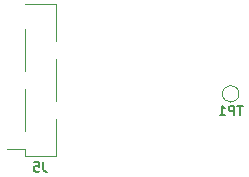
<source format=gbr>
G04 #@! TF.GenerationSoftware,KiCad,Pcbnew,5.1.5+dfsg1-2build2*
G04 #@! TF.CreationDate,2020-07-13T22:27:38-05:00*
G04 #@! TF.ProjectId,kw41z-feather,6b773431-7a2d-4666-9561-746865722e6b,rev?*
G04 #@! TF.SameCoordinates,Original*
G04 #@! TF.FileFunction,Legend,Bot*
G04 #@! TF.FilePolarity,Positive*
%FSLAX46Y46*%
G04 Gerber Fmt 4.6, Leading zero omitted, Abs format (unit mm)*
G04 Created by KiCad (PCBNEW 5.1.5+dfsg1-2build2) date 2020-07-13 22:27:38*
%MOMM*%
%LPD*%
G04 APERTURE LIST*
%ADD10C,0.120000*%
%ADD11C,0.150000*%
G04 APERTURE END LIST*
D10*
X150300000Y-91527500D02*
X150300000Y-87967500D01*
X150300000Y-96607500D02*
X150300000Y-93047500D01*
X152960000Y-88987500D02*
X152960000Y-85877500D01*
X152960000Y-94067500D02*
X152960000Y-90507500D01*
X152960000Y-86447500D02*
X152960000Y-85877500D01*
X150300000Y-98697500D02*
X150300000Y-98127500D01*
X150300000Y-98127500D02*
X148780000Y-98127500D01*
X152960000Y-98697500D02*
X152960000Y-95587500D01*
X150300000Y-85877500D02*
X152960000Y-85877500D01*
X150300000Y-98697500D02*
X152960000Y-98697500D01*
X168450000Y-93450000D02*
G75*
G03X168450000Y-93450000I-700000J0D01*
G01*
D11*
X151896666Y-99259404D02*
X151896666Y-99830833D01*
X151934761Y-99945119D01*
X152010952Y-100021309D01*
X152125238Y-100059404D01*
X152201428Y-100059404D01*
X151134761Y-99259404D02*
X151515714Y-99259404D01*
X151553809Y-99640357D01*
X151515714Y-99602261D01*
X151439523Y-99564166D01*
X151249047Y-99564166D01*
X151172857Y-99602261D01*
X151134761Y-99640357D01*
X151096666Y-99716547D01*
X151096666Y-99907023D01*
X151134761Y-99983214D01*
X151172857Y-100021309D01*
X151249047Y-100059404D01*
X151439523Y-100059404D01*
X151515714Y-100021309D01*
X151553809Y-99983214D01*
X168759523Y-94459904D02*
X168302380Y-94459904D01*
X168530952Y-95259904D02*
X168530952Y-94459904D01*
X168035714Y-95259904D02*
X168035714Y-94459904D01*
X167730952Y-94459904D01*
X167654761Y-94498000D01*
X167616666Y-94536095D01*
X167578571Y-94612285D01*
X167578571Y-94726571D01*
X167616666Y-94802761D01*
X167654761Y-94840857D01*
X167730952Y-94878952D01*
X168035714Y-94878952D01*
X166816666Y-95259904D02*
X167273809Y-95259904D01*
X167045238Y-95259904D02*
X167045238Y-94459904D01*
X167121428Y-94574190D01*
X167197619Y-94650380D01*
X167273809Y-94688476D01*
M02*

</source>
